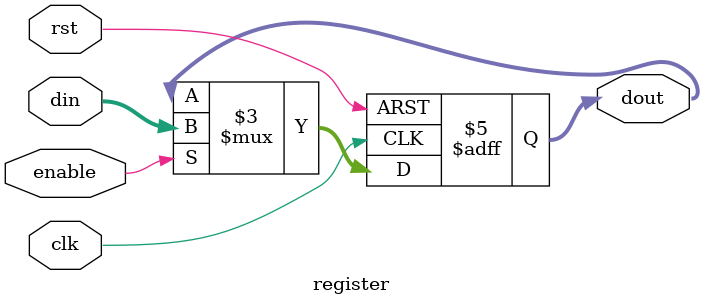
<source format=v>
module register
#(
    parameter integer REG_WIDTH = 16
)
(
    input   wire                clk, rst, enable,
    input   wire[REG_WIDTH-1:0] din,
    output  reg [REG_WIDTH-1:0] dout
);
    always @(posedge clk or negedge rst) 
    begin
        if(!rst)
        begin
            dout <= 0;
        end
        else 
        begin
            if(enable)
            begin
                dout <= din;
            end
        end
    end
endmodule
</source>
